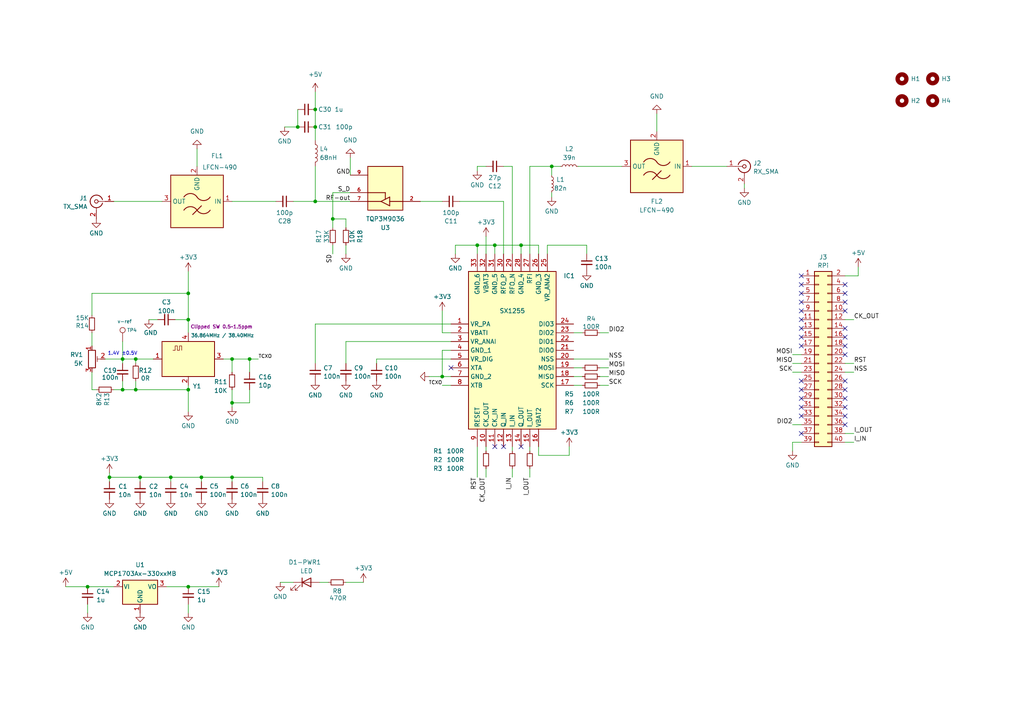
<source format=kicad_sch>
(kicad_sch (version 20250114) (generator "eeschema") (generator_version "9.0")
  (paper "A4")
  (title_block (title "SX1255 RPi 4-5 Shield") (date "2026-02-17") (rev "V2.1") (company "Modified by Z32IT") (comment 1 "Original by Wojciech SP5WWP"))
  (lib_symbols
    (symbol "Connector:Conn_Coaxial" (pin_names (offset 1.016) (hide yes))
      (property "Reference" "J" (at 0.254 3.048 0))
      (property "Value" "Conn_Coaxial" (at 2.921 0 90))
      (symbol "Conn_Coaxial_0_1"
        (polyline (pts (xy -2.54 0) (xy -0.508 0)))
        (arc (start 1.778 0) (mid 0.222 -1.8079) (end -1.778 -0.508) (stroke (width 0.254)))
        (arc (start -1.778 0.508) (mid 0.2221 1.8084) (end 1.778 0) (stroke (width 0.254)))
        (circle (center 0 0) (radius 0.508) (stroke (width 0.2032)))
        (polyline (pts (xy 0 -2.54) (xy 0 -1.778)))
      )
      (symbol "Conn_Coaxial_1_1"
        (pin passive line (at -5.08 0 0) (length 2.54) (name "In") (number "1"))
        (pin passive line (at 0 -5.08 90) (length 2.54) (name "Ext") (number "2"))
      )
    )
    (symbol "Connector:TestPoint" (pin_numbers (hide yes)) (pin_names (offset 0.762) (hide yes))
      (property "Reference" "TP" (at 0 6.858 0))
      (property "Value" "TestPoint" (at 0 5.08 0))
      (symbol "TestPoint_0_1"
        (circle (center 0 3.302) (radius 0.762))
      )
      (symbol "TestPoint_1_1"
        (pin passive line (at 0 0 90) (length 2.54) (name "1") (number "1"))
      )
    )
    (symbol "Connector_Generic:Conn_02x20_Odd_Even" (pin_names (offset 1.016) (hide yes))
      (property "Reference" "J" (at 1.27 25.4 0))
      (property "Value" "Conn_02x20_Odd_Even" (at 1.27 -27.94 0))
      (symbol "Conn_02x20_Odd_Even_1_1"
        (rectangle (start -1.27 24.13) (end 3.81 -26.67) (stroke (width 0.254)) (fill (type background)))
        (rectangle (start -1.27 22.987) (end 0 22.733) (stroke (width 0.1524)))
        (rectangle (start -1.27 20.447) (end 0 20.193) (stroke (width 0.1524)))
        (rectangle (start -1.27 17.907) (end 0 17.653) (stroke (width 0.1524)))
        (rectangle (start -1.27 15.367) (end 0 15.113) (stroke (width 0.1524)))
        (rectangle (start -1.27 12.827) (end 0 12.573) (stroke (width 0.1524)))
        (rectangle (start -1.27 10.287) (end 0 10.033) (stroke (width 0.1524)))
        (rectangle (start -1.27 7.747) (end 0 7.493) (stroke (width 0.1524)))
        (rectangle (start -1.27 5.207) (end 0 4.953) (stroke (width 0.1524)))
        (rectangle (start -1.27 2.667) (end 0 2.413) (stroke (width 0.1524)))
        (rectangle (start -1.27 0.127) (end 0 -0.127) (stroke (width 0.1524)))
        (rectangle (start -1.27 -2.413) (end 0 -2.667) (stroke (width 0.1524)))
        (rectangle (start -1.27 -4.953) (end 0 -5.207) (stroke (width 0.1524)))
        (rectangle (start -1.27 -7.493) (end 0 -7.747) (stroke (width 0.1524)))
        (rectangle (start -1.27 -10.033) (end 0 -10.287) (stroke (width 0.1524)))
        (rectangle (start -1.27 -12.573) (end 0 -12.827) (stroke (width 0.1524)))
        (rectangle (start -1.27 -15.113) (end 0 -15.367) (stroke (width 0.1524)))
        (rectangle (start -1.27 -17.653) (end 0 -17.907) (stroke (width 0.1524)))
        (rectangle (start -1.27 -20.193) (end 0 -20.447) (stroke (width 0.1524)))
        (rectangle (start -1.27 -22.733) (end 0 -22.987) (stroke (width 0.1524)))
        (rectangle (start -1.27 -25.273) (end 0 -25.527) (stroke (width 0.1524)))
        (rectangle (start 3.81 22.987) (end 2.54 22.733) (stroke (width 0.1524)))
        (rectangle (start 3.81 20.447) (end 2.54 20.193) (stroke (width 0.1524)))
        (rectangle (start 3.81 17.907) (end 2.54 17.653) (stroke (width 0.1524)))
        (rectangle (start 3.81 15.367) (end 2.54 15.113) (stroke (width 0.1524)))
        (rectangle (start 3.81 12.827) (end 2.54 12.573) (stroke (width 0.1524)))
        (rectangle (start 3.81 10.287) (end 2.54 10.033) (stroke (width 0.1524)))
        (rectangle (start 3.81 7.747) (end 2.54 7.493) (stroke (width 0.1524)))
        (rectangle (start 3.81 5.207) (end 2.54 4.953) (stroke (width 0.1524)))
        (rectangle (start 3.81 2.667) (end 2.54 2.413) (stroke (width 0.1524)))
        (rectangle (start 3.81 0.127) (end 2.54 -0.127) (stroke (width 0.1524)))
        (rectangle (start 3.81 -2.413) (end 2.54 -2.667) (stroke (width 0.1524)))
        (rectangle (start 3.81 -4.953) (end 2.54 -5.207) (stroke (width 0.1524)))
        (rectangle (start 3.81 -7.493) (end 2.54 -7.747) (stroke (width 0.1524)))
        (rectangle (start 3.81 -10.033) (end 2.54 -10.287) (stroke (width 0.1524)))
        (rectangle (start 3.81 -12.573) (end 2.54 -12.827) (stroke (width 0.1524)))
        (rectangle (start 3.81 -15.113) (end 2.54 -15.367) (stroke (width 0.1524)))
        (rectangle (start 3.81 -17.653) (end 2.54 -17.907) (stroke (width 0.1524)))
        (rectangle (start 3.81 -20.193) (end 2.54 -20.447) (stroke (width 0.1524)))
        (rectangle (start 3.81 -22.733) (end 2.54 -22.987) (stroke (width 0.1524)))
        (rectangle (start 3.81 -25.273) (end 2.54 -25.527) (stroke (width 0.1524)))
        (pin passive line (at -5.08 22.86 0) (length 3.81) (name "Pin_1") (number "1"))
        (pin passive line (at -5.08 20.32 0) (length 3.81) (name "Pin_3") (number "3"))
        (pin passive line (at -5.08 17.78 0) (length 3.81) (name "Pin_5") (number "5"))
        (pin passive line (at -5.08 15.24 0) (length 3.81) (name "Pin_7") (number "7"))
        (pin passive line (at -5.08 12.7 0) (length 3.81) (name "Pin_9") (number "9"))
        (pin passive line (at -5.08 10.16 0) (length 3.81) (name "Pin_11") (number "11"))
        (pin passive line (at -5.08 7.62 0) (length 3.81) (name "Pin_13") (number "13"))
        (pin passive line (at -5.08 5.08 0) (length 3.81) (name "Pin_15") (number "15"))
        (pin passive line (at -5.08 2.54 0) (length 3.81) (name "Pin_17") (number "17"))
        (pin passive line (at -5.08 0 0) (length 3.81) (name "Pin_19") (number "19"))
        (pin passive line (at -5.08 -2.54 0) (length 3.81) (name "Pin_21") (number "21"))
        (pin passive line (at -5.08 -5.08 0) (length 3.81) (name "Pin_23") (number "23"))
        (pin passive line (at -5.08 -7.62 0) (length 3.81) (name "Pin_25") (number "25"))
        (pin passive line (at -5.08 -10.16 0) (length 3.81) (name "Pin_27") (number "27"))
        (pin passive line (at -5.08 -12.7 0) (length 3.81) (name "Pin_29") (number "29"))
        (pin passive line (at -5.08 -15.24 0) (length 3.81) (name "Pin_31") (number "31"))
        (pin passive line (at -5.08 -17.78 0) (length 3.81) (name "Pin_33") (number "33"))
        (pin passive line (at -5.08 -20.32 0) (length 3.81) (name "Pin_35") (number "35"))
        (pin passive line (at -5.08 -22.86 0) (length 3.81) (name "Pin_37") (number "37"))
        (pin passive line (at -5.08 -25.4 0) (length 3.81) (name "Pin_39") (number "39"))
        (pin passive line (at 7.62 22.86 180) (length 3.81) (name "Pin_2") (number "2"))
        (pin passive line (at 7.62 20.32 180) (length 3.81) (name "Pin_4") (number "4"))
        (pin passive line (at 7.62 17.78 180) (length 3.81) (name "Pin_6") (number "6"))
        (pin passive line (at 7.62 15.24 180) (length 3.81) (name "Pin_8") (number "8"))
        (pin passive line (at 7.62 12.7 180) (length 3.81) (name "Pin_10") (number "10"))
        (pin passive line (at 7.62 10.16 180) (length 3.81) (name "Pin_12") (number "12"))
        (pin passive line (at 7.62 7.62 180) (length 3.81) (name "Pin_14") (number "14"))
        (pin passive line (at 7.62 5.08 180) (length 3.81) (name "Pin_16") (number "16"))
        (pin passive line (at 7.62 2.54 180) (length 3.81) (name "Pin_18") (number "18"))
        (pin passive line (at 7.62 0 180) (length 3.81) (name "Pin_20") (number "20"))
        (pin passive line (at 7.62 -2.54 180) (length 3.81) (name "Pin_22") (number "22"))
        (pin passive line (at 7.62 -5.08 180) (length 3.81) (name "Pin_24") (number "24"))
        (pin passive line (at 7.62 -7.62 180) (length 3.81) (name "Pin_26") (number "26"))
        (pin passive line (at 7.62 -10.16 180) (length 3.81) (name "Pin_28") (number "28"))
        (pin passive line (at 7.62 -12.7 180) (length 3.81) (name "Pin_30") (number "30"))
        (pin passive line (at 7.62 -15.24 180) (length 3.81) (name "Pin_32") (number "32"))
        (pin passive line (at 7.62 -17.78 180) (length 3.81) (name "Pin_34") (number "34"))
        (pin passive line (at 7.62 -20.32 180) (length 3.81) (name "Pin_36") (number "36"))
        (pin passive line (at 7.62 -22.86 180) (length 3.81) (name "Pin_38") (number "38"))
        (pin passive line (at 7.62 -25.4 180) (length 3.81) (name "Pin_40") (number "40"))
      )
    )
    (symbol "Device:C_Small" (pin_numbers (hide yes)) (pin_names (offset 0.254) (hide yes))
      (property "Reference" "C" (at 0.254 1.778 0))
      (property "Value" "C_Small" (at 0.254 -2.032 0))
      (symbol "C_Small_0_1"
        (polyline (pts (xy -1.524 0.508) (xy 1.524 0.508)) (stroke (width 0.3048)))
        (polyline (pts (xy -1.524 -0.508) (xy 1.524 -0.508)) (stroke (width 0.3302)))
      )
      (symbol "C_Small_1_1"
        (pin passive line (at 0 2.54 270) (length 2.032) (name "~") (number "1"))
        (pin passive line (at 0 -2.54 90) (length 2.032) (name "~") (number "2"))
      )
    )
    (symbol "Device:L" (pin_numbers (hide yes)) (pin_names (offset 1.016) (hide yes))
      (property "Reference" "L" (at -1.27 0 90))
      (property "Value" "L" (at 1.905 0 90))
      (symbol "L_0_1"
        (arc (start 0 2.54) (mid 0.6323 1.905) (end 0 1.27))
        (arc (start 0 1.27) (mid 0.6323 0.635) (end 0 0))
        (arc (start 0 0) (mid 0.6323 -0.635) (end 0 -1.27))
        (arc (start 0 -1.27) (mid 0.6323 -1.905) (end 0 -2.54))
      )
      (symbol "L_1_1"
        (pin passive line (at 0 3.81 270) (length 1.27) (name "1") (number "1"))
        (pin passive line (at 0 -3.81 90) (length 1.27) (name "2") (number "2"))
      )
    )
    (symbol "Device:LED" (pin_numbers (hide yes)) (pin_names (offset 1.016) (hide yes))
      (property "Reference" "D" (at 0 2.54 0))
      (property "Value" "LED" (at 0 -2.54 0))
      (symbol "LED_0_1"
        (polyline (pts (xy -3.048 -0.762) (xy -4.572 -2.286) (xy -3.81 -2.286) (xy -4.572 -2.286) (xy -4.572 -1.524)))
        (polyline (pts (xy -1.778 -0.762) (xy -3.302 -2.286) (xy -2.54 -2.286) (xy -3.302 -2.286) (xy -3.302 -1.524)))
        (polyline (pts (xy -1.27 0) (xy 1.27 0)))
        (polyline (pts (xy -1.27 -1.27) (xy -1.27 1.27)) (stroke (width 0.254)))
        (polyline (pts (xy 1.27 -1.27) (xy 1.27 1.27) (xy -1.27 0) (xy 1.27 -1.27)) (stroke (width 0.254)))
      )
      (symbol "LED_1_1"
        (pin passive line (at -3.81 0 0) (length 2.54) (name "K") (number "1"))
        (pin passive line (at 3.81 0 180) (length 2.54) (name "A") (number "2"))
      )
    )
    (symbol "Device:L_Small" (pin_numbers (hide yes)) (pin_names (offset 0.254) (hide yes))
      (property "Reference" "L" (at 0.762 1.016 0))
      (property "Value" "L_Small" (at 0.762 -1.016 0))
      (symbol "L_Small_0_1"
        (arc (start 0 2.032) (mid 0.5058 1.524) (end 0 1.016))
        (arc (start 0 1.016) (mid 0.5058 0.508) (end 0 0))
        (arc (start 0 0) (mid 0.5058 -0.508) (end 0 -1.016))
        (arc (start 0 -1.016) (mid 0.5058 -1.524) (end 0 -2.032))
      )
      (symbol "L_Small_1_1"
        (pin passive line (at 0 2.54 270) (length 0.508) (name "~") (number "1"))
        (pin passive line (at 0 -2.54 90) (length 0.508) (name "~") (number "2"))
      )
    )
    (symbol "Device:R_Potentiometer_Trim" (pin_names (offset 1.016) (hide yes))
      (property "Reference" "RV" (at -4.445 0 90))
      (property "Value" "R_Potentiometer_Trim" (at -2.54 0 90))
      (symbol "R_Potentiometer_Trim_0_1"
        (rectangle (start 1.016 2.54) (end -1.016 -2.54) (stroke (width 0.254)))
        (polyline (pts (xy 1.524 0.762) (xy 1.524 -0.762)))
        (polyline (pts (xy 2.54 0) (xy 1.524 0)))
      )
      (symbol "R_Potentiometer_Trim_1_1"
        (pin passive line (at 0 3.81 270) (length 1.27) (name "1") (number "1"))
        (pin passive line (at 0 -3.81 90) (length 1.27) (name "3") (number "3"))
        (pin passive line (at 3.81 0 180) (length 1.27) (name "2") (number "2"))
      )
    )
    (symbol "Device:R_Small" (pin_numbers (hide yes)) (pin_names (offset 0.254) (hide yes))
      (property "Reference" "R" (at 0.762 0.508 0))
      (property "Value" "R_Small" (at 0.762 -1.016 0))
      (symbol "R_Small_0_1"
        (rectangle (start -0.762 1.778) (end 0.762 -1.778) (stroke (width 0.2032)))
      )
      (symbol "R_Small_1_1"
        (pin passive line (at 0 2.54 270) (length 0.762) (name "~") (number "1"))
        (pin passive line (at 0 -2.54 90) (length 0.762) (name "~") (number "2"))
      )
    )
    (symbol "Mechanical:MountingHole" (pin_names (offset 1.016)) (exclude_from_sim yes) (in_bom no)
      (property "Reference" "H" (at 0 5.08 0))
      (property "Value" "MountingHole" (at 0 3.175 0))
      (symbol "MountingHole_0_1"
        (circle (center 0 0) (radius 1.27) (stroke (width 1.27)))
      )
    )
    (symbol "Oscillator:ECS-2520MV-xxx-xx" (pin_names (hide yes))
      (property "Reference" "Y" (at -5.08 6.35 0))
      (property "Value" "ECS-2520MV-xxx-xx" (at 1.27 -6.35 0))
      (symbol "ECS-2520MV-xxx-xx_0_1"
        (rectangle (start -7.62 5.08) (end 7.62 -5.08) (stroke (width 0.254)) (fill (type background)))
        (polyline (pts (xy -4.445 2.54) (xy -3.81 2.54) (xy -3.81 3.81) (xy -3.175 3.81) (xy -3.175 2.54) (xy -2.54 2.54) (xy -2.54 3.81) (xy -1.905 3.81) (xy -1.905 2.54)))
      )
      (symbol "ECS-2520MV-xxx-xx_1_1"
        (pin input line (at -10.16 0 0) (length 2.54) (name "Tri-State") (number "1"))
        (pin power_in line (at 0 7.62 270) (length 2.54) (name "VDD") (number "4"))
        (pin power_in line (at 0 -7.62 90) (length 2.54) (name "GND") (number "2"))
        (pin output line (at 10.16 0 180) (length 2.54) (name "OUT") (number "3"))
      )
    )
    (symbol "RF_Filter:LFCN-490"
      (property "Reference" "FL" (at 0 10.795 0))
      (property "Value" "LFCN-490" (at 0 8.89 0))
      (symbol "LFCN-490_0_1"
        (rectangle (start -7.62 7.62) (end 7.62 -7.62) (stroke (width 0.254)) (fill (type background)))
        (arc (start -3.81 2.54) (mid -1.905 3.5595) (end 0 2.54) (stroke (width 0.254)))
        (arc (start -3.81 -1.27) (mid -1.905 -0.2505) (end 0 -1.27) (stroke (width 0.254)))
        (polyline (pts (xy -1.27 1.27) (xy 1.27 3.81)) (stroke (width 0.254)))
        (arc (start 3.81 2.54) (mid 1.905 1.5205) (end 0 2.54) (stroke (width 0.254)))
        (arc (start 3.81 -1.27) (mid 1.905 -2.2895) (end 0 -1.27) (stroke (width 0.254)))
      )
      (symbol "LFCN-490_1_1"
        (pin passive line (at -10.16 0 0) (length 2.54) (name "IN") (number "1"))
        (pin passive line (at 0 -10.16 90) (length 2.54) (name "GND") (number "2"))
        (pin passive line (at 0 -10.16 90) (length 2.54) (hide yes) (name "GND") (number "4"))
        (pin passive line (at 10.16 0 180) (length 2.54) (name "OUT") (number "3"))
      )
    )
    (symbol "Regulator_Linear:MCP1703Ax-330xxMB" (pin_names (offset 0.254))
      (property "Reference" "U" (at -3.81 3.175 0))
      (property "Value" "MCP1703Ax-330xxMB" (at 0 3.175 0))
      (symbol "MCP1703Ax-330xxMB_0_1"
        (rectangle (start -5.08 -5.08) (end 5.08 1.905) (stroke (width 0.254)) (fill (type background)))
      )
      (symbol "MCP1703Ax-330xxMB_1_1"
        (pin power_in line (at -7.62 0 0) (length 2.54) (name "VI") (number "2"))
        (pin power_in line (at 0 -7.62 90) (length 2.54) (name "GND") (number "1"))
        (pin power_out line (at 7.62 0 180) (length 2.54) (name "VO") (number "3"))
      )
    )
    (symbol "SX1255:SX1255IWLTRT"
      (property "Reference" "IC" (at 31.75 20.32 0))
      (property "Value" "SX1255IWLTRT" (at 31.75 17.78 0))
      (symbol "SX1255IWLTRT_1_1"
        (rectangle (start 5.08 15.24) (end 30.48 -30.48) (stroke (width 0.254)) (fill (type background)))
        (pin passive line (at 0 0 0) (length 5.08) (name "VR_PA") (number "1"))
        (pin passive line (at 0 -2.54 0) (length 5.08) (name "VBATI") (number "2"))
        (pin passive line (at 0 -5.08 0) (length 5.08) (name "VR_ANAI") (number "3"))
        (pin passive line (at 0 -7.62 0) (length 5.08) (name "GND_1") (number "4"))
        (pin passive line (at 0 -10.16 0) (length 5.08) (name "VR_DIG") (number "5"))
        (pin passive line (at 0 -12.7 0) (length 5.08) (name "XTA") (number "6"))
        (pin passive line (at 0 -15.24 0) (length 5.08) (name "GND_2") (number "7"))
        (pin passive line (at 0 -17.78 0) (length 5.08) (name "XTB") (number "8"))
        (pin passive line (at 7.62 20.32 270) (length 5.08) (name "GND_6") (number "33"))
        (pin passive line (at 7.62 -35.56 90) (length 5.08) (name "RESET") (number "9"))
        (pin passive line (at 10.16 20.32 270) (length 5.08) (name "VBAT3") (number "32"))
        (pin passive line (at 10.16 -35.56 90) (length 5.08) (name "CK_OUT") (number "10"))
        (pin passive line (at 12.7 20.32 270) (length 5.08) (name "GND_5") (number "31"))
        (pin passive line (at 12.7 -35.56 90) (length 5.08) (name "CK_IN") (number "11"))
        (pin passive line (at 15.24 20.32 270) (length 5.08) (name "RFO_P") (number "30"))
        (pin passive line (at 15.24 -35.56 90) (length 5.08) (name "Q_IN") (number "12"))
        (pin passive line (at 17.78 20.32 270) (length 5.08) (name "RFO_N") (number "29"))
        (pin passive line (at 17.78 -35.56 90) (length 5.08) (name "I_IN") (number "13"))
        (pin passive line (at 20.32 20.32 270) (length 5.08) (name "GND_4") (number "28"))
        (pin passive line (at 20.32 -35.56 90) (length 5.08) (name "Q_OUT") (number "14"))
        (pin passive line (at 22.86 20.32 270) (length 5.08) (name "RFI") (number "27"))
        (pin passive line (at 22.86 -35.56 90) (length 5.08) (name "I_OUT") (number "15"))
        (pin passive line (at 25.4 20.32 270) (length 5.08) (name "GND_3") (number "26"))
        (pin passive line (at 25.4 -35.56 90) (length 5.08) (name "VBAT2") (number "16"))
        (pin passive line (at 27.94 20.32 270) (length 5.08) (name "VR_ANA2") (number "25"))
        (pin passive line (at 35.56 0 180) (length 5.08) (name "DIO3") (number "24"))
        (pin passive line (at 35.56 -2.54 180) (length 5.08) (name "DIO2") (number "23"))
        (pin passive line (at 35.56 -5.08 180) (length 5.08) (name "DIO1") (number "22"))
        (pin passive line (at 35.56 -7.62 180) (length 5.08) (name "DIO0") (number "21"))
        (pin passive line (at 35.56 -10.16 180) (length 5.08) (name "NSS") (number "20"))
        (pin passive line (at 35.56 -12.7 180) (length 5.08) (name "MOSI") (number "19"))
        (pin passive line (at 35.56 -15.24 180) (length 5.08) (name "MISO") (number "18"))
        (pin passive line (at 35.56 -17.78 180) (length 5.08) (name "SCK") (number "17"))
      )
    )
    (symbol "TQP3M9036:TQP3M9036" (pin_names (offset 1.016) (hide yes))
      (property "Reference" "U" (at -5.08 5.842 0))
      (property "Value" "TQP3M9036" (at -5.08 -10.16 0))
      (symbol "TQP3M9036_0_0"
        (polyline (pts (xy -5.08 2.54) (xy -1.27 2.54)) (stroke (width 0.254)))
        (rectangle (start -5.08 -7.62) (end 5.08 5.08) (stroke (width 0.254)) (fill (type background)))
        (polyline (pts (xy -1.27 3.81) (xy -1.27 2.54)) (stroke (width 0.254)))
        (polyline (pts (xy -1.27 2.54) (xy -1.27 1.27)) (stroke (width 0.254)))
        (polyline (pts (xy -1.27 1.27) (xy 0 1.905)) (stroke (width 0.254)))
        (polyline (pts (xy 0 1.905) (xy 1.27 2.54)) (stroke (width 0.254)))
        (polyline (pts (xy 0 0) (xy 0 1.905)) (stroke (width 0.254)))
        (polyline (pts (xy 1.27 2.54) (xy -1.27 3.81)) (stroke (width 0.254)))
        (polyline (pts (xy 1.27 2.54) (xy 5.08 2.54)) (stroke (width 0.254)))
        (polyline (pts (xy 5.08 0) (xy 0 0)) (stroke (width 0.254)))
        (pin input line (at -10.16 2.54 0) (length 5.08) (name "~") (number "2"))
        (pin output line (at 10.16 2.54 180) (length 5.08) (name "~") (number "7"))
        (pin passive line (at 10.16 0 180) (length 5.08) (name "~") (number "6"))
        (pin power_in line (at 10.16 -5.08 180) (length 5.08) (name "~") (number "9"))
        (pin power_in line (at 10.16 -5.08 180) (length 5.08) (hide yes) (name "~") (number "V1"))
        (pin power_in line (at 10.16 -5.08 180) (length 5.08) (hide yes) (name "~") (number "V2"))
        (pin power_in line (at 10.16 -5.08 180) (length 5.08) (hide yes) (name "~") (number "V3"))
      )
    )
    (symbol "power:+3V3" (power) (pin_names (offset 0))
      (property "Value" "+3V3" (at 0 3.556 0))
      (symbol "+3V3_0_1"
        (polyline (pts (xy -0.762 1.27) (xy 0 2.54)))
        (polyline (pts (xy 0 2.54) (xy 0.762 1.27)))
        (polyline (pts (xy 0 0) (xy 0 2.54)))
      )
      (symbol "+3V3_1_1"
        (pin power_in line (at 0 0 90) (length 0) (hide yes) (name "+3V3") (number "1"))
      )
    )
    (symbol "power:+5V" (power) (pin_numbers (hide yes)) (pin_names (offset 0) (hide yes))
      (property "Value" "+5V" (at 0 3.556 0))
      (symbol "+5V_0_1"
        (polyline (pts (xy -0.762 1.27) (xy 0 2.54)))
        (polyline (pts (xy 0 2.54) (xy 0.762 1.27)))
        (polyline (pts (xy 0 0) (xy 0 2.54)))
      )
      (symbol "+5V_1_1"
        (pin power_in line (at 0 0 90) (length 0) (name "~") (number "1"))
      )
    )
    (symbol "power:GND" (power) (pin_names (offset 0))
      (property "Value" "GND" (at 0 -3.81 0))
      (symbol "GND_0_1"
        (polyline (pts (xy 0 0) (xy 0 -1.27) (xy 1.27 -1.27) (xy 0 -2.54) (xy -1.27 -1.27) (xy 0 -1.27)))
      )
      (symbol "GND_1_1"
        (pin power_in line (at 0 0 270) (length 0) (hide yes) (name "GND") (number "1"))
      )
    )
  )
  (text "1.4V ±0.5V" (at 35.56 102.616 0) (effects (font (size 1 1))))
  (junction (at 91.44 36.83))
  (junction (at 67.31 104.14))
  (junction (at 58.42 138.43))
  (junction (at 143.51 71.12))
  (junction (at 31.75 138.43))
  (junction (at 86.36 36.83))
  (junction (at 49.53 138.43))
  (junction (at 35.56 104.14))
  (junction (at 54.61 113.03))
  (junction (at 39.37 113.03))
  (junction (at 54.61 92.71))
  (junction (at 160.02 48.26))
  (junction (at 67.31 138.43))
  (junction (at 72.39 104.14))
  (junction (at 35.56 113.03))
  (junction (at 54.61 170.18))
  (junction (at 40.64 138.43))
  (junction (at 91.44 58.42))
  (junction (at 67.31 116.84))
  (junction (at 128.27 109.22))
  (junction (at 96.52 63.5))
  (junction (at 39.37 104.14))
  (junction (at 91.44 31.75))
  (junction (at 151.13 71.12))
  (junction (at 54.61 85.09))
  (junction (at 138.43 71.12))
  (junction (at 25.4 170.18))
  (no_connect (at 232.41 100.33))
  (no_connect (at 130.81 106.68))
  (no_connect (at 232.41 110.49))
  (no_connect (at 232.41 115.57))
  (no_connect (at 232.41 113.03))
  (no_connect (at 232.41 85.09))
  (no_connect (at 232.41 120.65))
  (no_connect (at 232.41 80.01))
  (no_connect (at 245.11 113.03))
  (no_connect (at 232.41 92.71))
  (no_connect (at 245.11 85.09))
  (no_connect (at 245.11 115.57))
  (no_connect (at 146.05 129.54))
  (no_connect (at 232.41 87.63))
  (no_connect (at 245.11 110.49))
  (no_connect (at 245.11 90.17))
  (no_connect (at 245.11 87.63))
  (no_connect (at 245.11 82.55))
  (no_connect (at 232.41 118.11))
  (no_connect (at 151.13 129.54))
  (no_connect (at 232.41 125.73))
  (no_connect (at 245.11 97.79))
  (no_connect (at 232.41 90.17))
  (no_connect (at 245.11 123.19))
  (no_connect (at 245.11 100.33))
  (no_connect (at 232.41 82.55))
  (no_connect (at 232.41 95.25))
  (no_connect (at 245.11 120.65))
  (no_connect (at 245.11 118.11))
  (no_connect (at 245.11 102.87))
  (no_connect (at 245.11 95.25))
  (no_connect (at 143.51 129.54))
  (no_connect (at 232.41 97.79))
  (wire (pts (xy 43.18 92.71) (xy 45.72 92.71)))
  (wire (pts (xy 143.51 71.12) (xy 138.43 71.12)))
  (wire (pts (xy 72.39 116.84) (xy 67.31 116.84)))
  (wire (pts (xy 96.52 55.88) (xy 101.6 55.88)))
  (wire (pts (xy 31.75 139.7) (xy 31.75 138.43)))
  (wire (pts (xy 138.43 71.12) (xy 132.08 71.12)))
  (wire (pts (xy 19.05 170.18) (xy 25.4 170.18)))
  (wire (pts (xy 74.93 104.14) (xy 72.39 104.14)))
  (wire (pts (xy 173.99 109.22) (xy 176.53 109.22)))
  (wire (pts (xy 156.21 132.08) (xy 165.1 132.08)))
  (wire (pts (xy 166.37 111.76) (xy 168.91 111.76)))
  (wire (pts (xy 67.31 104.14) (xy 67.31 107.95)))
  (wire (pts (xy 229.87 123.19) (xy 232.41 123.19)))
  (wire (pts (xy 245.11 107.95) (xy 247.65 107.95)))
  (wire (pts (xy 138.43 48.26) (xy 138.43 49.53)))
  (wire (pts (xy 148.59 73.66) (xy 148.59 48.26)))
  (wire (pts (xy 39.37 113.03) (xy 54.61 113.03)))
  (wire (pts (xy 148.59 135.89) (xy 148.59 138.43)))
  (wire (pts (xy 76.2 138.43) (xy 67.31 138.43)))
  (wire (pts (xy 26.67 96.52) (xy 26.67 100.33)))
  (wire (pts (xy 167.64 48.26) (xy 180.34 48.26)))
  (wire (pts (xy 72.39 107.95) (xy 72.39 104.14)))
  (wire (pts (xy 146.05 58.42) (xy 146.05 73.66)))
  (wire (pts (xy 100.33 71.12) (xy 100.33 73.66)))
  (wire (pts (xy 156.21 73.66) (xy 156.21 71.12)))
  (wire (pts (xy 54.61 92.71) (xy 54.61 96.52)))
  (wire (pts (xy 72.39 104.14) (xy 67.31 104.14)))
  (wire (pts (xy 170.18 71.12) (xy 170.18 73.66)))
  (wire (pts (xy 48.26 170.18) (xy 54.61 170.18)))
  (wire (pts (xy 166.37 104.14) (xy 176.53 104.14)))
  (wire (pts (xy 151.13 73.66) (xy 151.13 71.12)))
  (wire (pts (xy 166.37 109.22) (xy 168.91 109.22)))
  (wire (pts (xy 96.52 63.5) (xy 96.52 55.88)))
  (wire (pts (xy 39.37 104.14) (xy 44.45 104.14)))
  (wire (pts (xy 166.37 96.52) (xy 168.91 96.52)))
  (wire (pts (xy 91.44 93.98) (xy 91.44 105.41)))
  (wire (pts (xy 54.61 78.74) (xy 54.61 85.09)))
  (wire (pts (xy 160.02 48.26) (xy 162.56 48.26)))
  (wire (pts (xy 100.33 99.06) (xy 100.33 105.41)))
  (wire (pts (xy 153.67 48.26) (xy 160.02 48.26)))
  (wire (pts (xy 156.21 71.12) (xy 151.13 71.12)))
  (wire (pts (xy 128.27 109.22) (xy 130.81 109.22)))
  (wire (pts (xy 57.15 43.18) (xy 57.15 48.26)))
  (wire (pts (xy 54.61 170.18) (xy 63.5 170.18)))
  (wire (pts (xy 72.39 113.03) (xy 72.39 116.84)))
  (wire (pts (xy 133.35 58.42) (xy 146.05 58.42)))
  (wire (pts (xy 67.31 139.7) (xy 67.31 138.43)))
  (wire (pts (xy 85.09 58.42) (xy 91.44 58.42)))
  (wire (pts (xy 50.8 92.71) (xy 54.61 92.71)))
  (wire (pts (xy 54.61 111.76) (xy 54.61 113.03)))
  (wire (pts (xy 35.56 104.14) (xy 39.37 104.14)))
  (wire (pts (xy 91.44 48.26) (xy 91.44 58.42)))
  (wire (pts (xy 91.44 93.98) (xy 130.81 93.98)))
  (wire (pts (xy 245.11 92.71) (xy 247.65 92.71)))
  (wire (pts (xy 138.43 129.54) (xy 138.43 138.43)))
  (wire (pts (xy 91.44 26.67) (xy 91.44 31.75)))
  (wire (pts (xy 166.37 106.68) (xy 168.91 106.68)))
  (wire (pts (xy 49.53 138.43) (xy 40.64 138.43)))
  (wire (pts (xy 25.4 177.8) (xy 25.4 175.26)))
  (wire (pts (xy 100.33 66.04) (xy 100.33 63.5)))
  (wire (pts (xy 121.92 58.42) (xy 128.27 58.42)))
  (wire (pts (xy 165.1 129.54) (xy 165.1 132.08)))
  (wire (pts (xy 35.56 113.03) (xy 39.37 113.03)))
  (wire (pts (xy 245.11 128.27) (xy 247.65 128.27)))
  (wire (pts (xy 91.44 58.42) (xy 101.6 58.42)))
  (wire (pts (xy 232.41 128.27) (xy 229.87 128.27)))
  (wire (pts (xy 54.61 113.03) (xy 54.61 119.38)))
  (wire (pts (xy 128.27 90.17) (xy 128.27 96.52)))
  (wire (pts (xy 67.31 116.84) (xy 67.31 118.11)))
  (wire (pts (xy 96.52 66.04) (xy 96.52 63.5)))
  (wire (pts (xy 35.56 110.49) (xy 35.56 113.03)))
  (wire (pts (xy 140.97 135.89) (xy 140.97 138.43)))
  (wire (pts (xy 100.33 63.5) (xy 96.52 63.5)))
  (wire (pts (xy 67.31 58.42) (xy 80.01 58.42)))
  (wire (pts (xy 54.61 177.8) (xy 54.61 175.26)))
  (wire (pts (xy 160.02 48.26) (xy 160.02 50.8)))
  (wire (pts (xy 35.56 99.06) (xy 35.56 104.14)))
  (wire (pts (xy 140.97 129.54) (xy 140.97 130.81)))
  (wire (pts (xy 26.67 85.09) (xy 26.67 91.44)))
  (wire (pts (xy 33.02 58.42) (xy 46.99 58.42)))
  (wire (pts (xy 148.59 48.26) (xy 146.05 48.26)))
  (wire (pts (xy 248.92 77.47) (xy 248.92 80.01)))
  (wire (pts (xy 82.55 36.83) (xy 86.36 36.83)))
  (wire (pts (xy 160.02 57.15) (xy 160.02 55.88)))
  (wire (pts (xy 200.66 48.26) (xy 210.82 48.26)))
  (wire (pts (xy 101.6 45.72) (xy 101.6 50.8)))
  (wire (pts (xy 67.31 113.03) (xy 67.31 116.84)))
  (wire (pts (xy 91.44 31.75) (xy 91.44 36.83)))
  (wire (pts (xy 215.9 54.61) (xy 215.9 53.34)))
  (wire (pts (xy 128.27 101.6) (xy 128.27 109.22)))
  (wire (pts (xy 26.67 85.09) (xy 54.61 85.09)))
  (wire (pts (xy 100.33 99.06) (xy 130.81 99.06)))
  (wire (pts (xy 245.11 105.41) (xy 247.65 105.41)))
  (wire (pts (xy 143.51 71.12) (xy 143.51 73.66)))
  (wire (pts (xy 76.2 139.7) (xy 76.2 138.43)))
  (wire (pts (xy 49.53 139.7) (xy 49.53 138.43)))
  (wire (pts (xy 173.99 106.68) (xy 176.53 106.68)))
  (wire (pts (xy 128.27 96.52) (xy 130.81 96.52)))
  (wire (pts (xy 153.67 129.54) (xy 153.67 130.81)))
  (wire (pts (xy 58.42 139.7) (xy 58.42 138.43)))
  (wire (pts (xy 26.67 113.03) (xy 26.67 107.95)))
  (wire (pts (xy 173.99 111.76) (xy 176.53 111.76)))
  (wire (pts (xy 140.97 68.58) (xy 140.97 73.66)))
  (wire (pts (xy 130.81 101.6) (xy 128.27 101.6)))
  (wire (pts (xy 31.75 137.16) (xy 31.75 138.43)))
  (wire (pts (xy 33.02 113.03) (xy 35.56 113.03)))
  (wire (pts (xy 173.99 96.52) (xy 176.53 96.52)))
  (wire (pts (xy 140.97 48.26) (xy 138.43 48.26)))
  (wire (pts (xy 58.42 138.43) (xy 67.31 138.43)))
  (wire (pts (xy 91.44 36.83) (xy 91.44 40.64)))
  (wire (pts (xy 153.67 73.66) (xy 153.67 48.26)))
  (wire (pts (xy 229.87 102.87) (xy 232.41 102.87)))
  (wire (pts (xy 229.87 107.95) (xy 232.41 107.95)))
  (wire (pts (xy 190.5 33.02) (xy 190.5 38.1)))
  (wire (pts (xy 30.48 104.14) (xy 35.56 104.14)))
  (wire (pts (xy 109.22 104.14) (xy 130.81 104.14)))
  (wire (pts (xy 158.75 71.12) (xy 170.18 71.12)))
  (wire (pts (xy 54.61 85.09) (xy 54.61 92.71)))
  (wire (pts (xy 81.28 168.91) (xy 85.09 168.91)))
  (wire (pts (xy 49.53 138.43) (xy 58.42 138.43)))
  (wire (pts (xy 39.37 105.41) (xy 39.37 104.14)))
  (wire (pts (xy 229.87 128.27) (xy 229.87 130.81)))
  (wire (pts (xy 132.08 71.12) (xy 132.08 73.66)))
  (wire (pts (xy 39.37 110.49) (xy 39.37 113.03)))
  (wire (pts (xy 25.4 170.18) (xy 33.02 170.18)))
  (wire (pts (xy 128.27 111.76) (xy 130.81 111.76)))
  (wire (pts (xy 96.52 73.66) (xy 96.52 71.12)))
  (wire (pts (xy 67.31 104.14) (xy 64.77 104.14)))
  (wire (pts (xy 229.87 105.41) (xy 232.41 105.41)))
  (wire (pts (xy 158.75 73.66) (xy 158.75 71.12)))
  (wire (pts (xy 109.22 104.14) (xy 109.22 105.41)))
  (wire (pts (xy 100.33 168.91) (xy 105.41 168.91)))
  (wire (pts (xy 35.56 104.14) (xy 35.56 105.41)))
  (wire (pts (xy 40.64 138.43) (xy 40.64 139.7)))
  (wire (pts (xy 27.94 113.03) (xy 26.67 113.03)))
  (wire (pts (xy 31.75 138.43) (xy 40.64 138.43)))
  (wire (pts (xy 156.21 129.54) (xy 156.21 132.08)))
  (wire (pts (xy 86.36 36.83) (xy 86.36 31.75)))
  (wire (pts (xy 138.43 73.66) (xy 138.43 71.12)))
  (wire (pts (xy 92.71 168.91) (xy 95.25 168.91)))
  (wire (pts (xy 245.11 80.01) (xy 248.92 80.01)))
  (wire (pts (xy 153.67 135.89) (xy 153.67 138.43)))
  (wire (pts (xy 245.11 125.73) (xy 247.65 125.73)))
  (wire (pts (xy 148.59 129.54) (xy 148.59 130.81)))
  (wire (pts (xy 151.13 71.12) (xy 143.51 71.12)))
  (wire (pts (xy 124.46 109.22) (xy 128.27 109.22)))
  (label "RST" (at 138.43 138.43 270))
  (label "I_OUT" (at 153.67 138.43 270))
  (label "DIO2" (at 229.87 123.19 180))
  (label "MOSI" (at 176.53 106.68 0))
  (label "I_IN" (at 148.59 138.43 270))
  (label "I_IN" (at 247.65 128.27 0))
  (label "NSS" (at 176.53 104.14 0))
  (label "S_D" (at 101.6 55.88 180))
  (label "CK_OUT" (at 247.65 92.71 0))
  (label "MOSI" (at 229.87 102.87 180))
  (label "RF-out" (at 101.6 58.42 180))
  (label "TCXO" (at 128.27 111.76 180) (effects (font (size 1 1))))
  (label "I_OUT" (at 247.65 125.73 0))
  (label "CK_OUT" (at 140.97 138.43 270))
  (label "TCXO" (at 74.93 104.14 0) (effects (font (size 1 1))))
  (label "MISO" (at 176.53 109.22 0))
  (label "RST" (at 247.65 105.41 0))
  (label "DIO2" (at 176.53 96.52 0))
  (label "MISO" (at 229.87 105.41 180))
  (label "GND" (at 101.6 50.8 180))
  (label "SCK" (at 176.53 111.76 0))
  (label "SCK" (at 229.87 107.95 180))
  (label "SD" (at 96.52 73.66 270))
  (label "NSS" (at 247.65 107.95 0))
  (symbol (lib_id "Device:C_Small") (at 109.22 107.95 0) (unit 1)
    (property "Reference" "C10" (at 111.5441 106.7442 0) (effects (justify left)))
    (property "Value" "100n" (at 111.5441 109.1684 0) (effects (justify left)))
    (property "Footprint" "Capacitor_SMD:C_0805_2012Metric" (effects (hide yes)))
  )
  (symbol (lib_id "power:GND") (at 67.31 118.11 0) (unit 1)
    (property "Reference" "#PWR030" (effects (hide yes)))
    (property "Value" "GND" (at 67.31 122.2431 0))
  )
  (symbol (lib_id "Device:C_Small") (at 31.75 142.24 0) (unit 1)
    (property "Reference" "C1" (at 34.29 141.0858 0) (effects (justify left)))
    (property "Value" "10n" (at 34.29 143.51 0) (effects (justify left)))
    (property "Footprint" "Capacitor_SMD:C_0805_2012Metric" (effects (hide yes)))
  )
  (symbol (lib_id "Device:C_Small") (at 170.18 76.2 0) (unit 1)
    (property "Reference" "C13" (at 172.5041 74.9942 0) (effects (justify left)))
    (property "Value" "100n" (at 172.5041 77.4184 0) (effects (justify left)))
    (property "Footprint" "Capacitor_SMD:C_0805_2012Metric" (effects (hide yes)))
  )
  (symbol (lib_id "power:GND") (at 101.6 45.72 180) (unit 1)
    (property "Reference" "#PWR0102" (effects (hide yes)))
    (property "Value" "GND" (at 101.6 40.64 0))
  )
  (symbol (lib_id "power:+3V3") (at 31.75 137.16 0) (unit 1)
    (property "Reference" "#PWR01" (effects (hide yes)))
    (property "Value" "+3V3" (at 31.75 133.0269 0))
  )
  (symbol (lib_id "RF_Filter:LFCN-490") (at 190.5 48.26 180) (unit 1)
    (property "Reference" "FL2" (at 190.5 58.42 0))
    (property "Value" "LFCN-490" (at 190.5 60.96 0))
    (property "Footprint" "Filter:Filter_Mini-Circuits_FV1206" (effects (hide yes)))
    (property "Datasheet" "https://www.minicircuits.com/pdfs/LFCN-490+.pdf" (effects (hide yes)))
    (property "Description" "490MHz 50 Ohm Passive Low Pass Filter, FV1206" (effects (hide yes)))
  )
  (symbol (lib_id "power:GND") (at 215.9 54.61 0) (unit 1)
    (property "Reference" "#PWR023" (effects (hide yes)))
    (property "Value" "GND" (at 215.9 58.7431 0))
  )
  (symbol (lib_id "Mechanical:MountingHole") (at 261.62 22.86 0) (unit 1) (exclude_from_sim yes) (in_bom no)
    (property "Reference" "H1" (at 264.16 22.86 0) (effects (justify left)))
    (property "Value" "MountingHole" (effects (hide yes)))
    (property "Footprint" "MountingHole:MountingHole_2.7mm_M2.5_DIN965" (effects (hide yes)))
    (property "Description" "Mounting Hole without connection" (effects (hide yes)))
    (property "PN" "-" (effects (hide yes)))
    (property "MPN" "-" (effects (hide yes)))
  )
  (symbol (lib_id "power:GND") (at 132.08 73.66 0) (unit 1)
    (property "Reference" "#PWR017" (effects (hide yes)))
    (property "Value" "GND" (at 132.08 77.7931 0))
  )
  (symbol (lib_id "power:GND") (at 91.44 110.49 0) (unit 1)
    (property "Reference" "#PWR010" (effects (hide yes)))
    (property "Value" "GND" (at 91.44 114.6231 0))
  )
  (symbol (lib_id "Device:L_Small") (at 165.1 48.26 270) (mirror x) (unit 1)
    (property "Reference" "L2" (at 165.1 43.18 90))
    (property "Value" "39n" (at 165.1 45.72 90))
    (property "Footprint" "Inductor_SMD:L_0805_2012Metric" (effects (hide yes)))
  )
  (symbol (lib_id "Device:R_Small") (at 97.79 168.91 270) (unit 1)
    (property "Reference" "R8" (at 97.79 171.45 90))
    (property "Value" "470R" (at 98.044 173.482 90))
    (property "Footprint" "Resistor_SMD:R_0805_2012Metric" (effects (hide yes)))
  )
  (symbol (lib_id "Device:R_Small") (at 26.67 93.98 180) (unit 1)
    (property "Reference" "R14" (at 23.876 94.488 0))
    (property "Value" "15K" (at 23.876 92.202 0))
    (property "Footprint" "Resistor_SMD:R_0805_2012Metric" (effects (hide yes)))
    (property "Description" "opt." (effects (hide yes)))
  )
  (symbol (lib_id "Mechanical:MountingHole") (at 270.51 29.21 0) (unit 1) (exclude_from_sim yes) (in_bom no)
    (property "Reference" "H4" (at 273.05 29.21 0) (effects (justify left)))
    (property "Value" "MountingHole" (effects (hide yes)))
    (property "Footprint" "MountingHole:MountingHole_2.7mm_M2.5_DIN965" (effects (hide yes)))
    (property "Description" "Mounting Hole without connection" (effects (hide yes)))
    (property "PN" "-" (effects (hide yes)))
    (property "MPN" "-" (effects (hide yes)))
  )
  (symbol (lib_id "power:GND") (at 138.43 49.53 0) (unit 1)
    (property "Reference" "#PWR018" (effects (hide yes)))
    (property "Value" "GND" (at 138.43 53.6631 0))
  )
  (symbol (lib_id "Device:C_Small") (at 76.2 142.24 0) (unit 1)
    (property "Reference" "C8" (at 78.5241 141.0342 0) (effects (justify left)))
    (property "Value" "100n" (at 78.5241 143.4584 0) (effects (justify left)))
    (property "Footprint" "Capacitor_SMD:C_0805_2012Metric" (effects (hide yes)))
  )
  (symbol (lib_id "Device:C_Small") (at 91.44 107.95 0) (unit 1)
    (property "Reference" "C7" (at 93.7641 106.7442 0) (effects (justify left)))
    (property "Value" "100n" (at 93.7641 109.1684 0) (effects (justify left)))
    (property "Footprint" "Capacitor_SMD:C_0805_2012Metric" (effects (hide yes)))
  )
  (symbol (lib_id "power:GND") (at 57.15 43.18 180) (unit 1)
    (property "Reference" "#PWR026" (effects (hide yes)))
    (property "Value" "GND" (at 57.15 38.1 0))
  )
  (symbol (lib_id "power:+3V3") (at 140.97 68.58 0) (unit 1)
    (property "Reference" "#PWR019" (effects (hide yes)))
    (property "Value" "+3V3" (at 140.97 64.4469 0))
  )
  (symbol (lib_id "Device:C_Small") (at 67.31 142.24 0) (unit 1)
    (property "Reference" "C6" (at 69.6341 141.0342 0) (effects (justify left)))
    (property "Value" "100n" (at 69.6341 143.4584 0) (effects (justify left)))
    (property "Footprint" "Capacitor_SMD:C_0805_2012Metric" (effects (hide yes)))
  )
  (symbol (lib_id "Device:R_Small") (at 171.45 96.52 270) (unit 1)
    (property "Reference" "R4" (at 171.45 92.456 90))
    (property "Value" "100R" (at 171.45 94.742 90))
    (property "Footprint" "Resistor_SMD:R_0805_2012Metric" (effects (hide yes)))
  )
  (symbol (lib_id "Device:C_Small") (at 143.51 48.26 270) (mirror x) (unit 1)
    (property "Reference" "C12" (at 143.5036 53.9664 90))
    (property "Value" "27p" (at 143.5036 51.5422 90))
    (property "Footprint" "Capacitor_SMD:C_0805_2012Metric" (effects (hide yes)))
  )
  (symbol (lib_id "Device:C_Small") (at 130.81 58.42 270) (mirror x) (unit 1)
    (property "Reference" "C11" (at 130.8036 64.1264 90))
    (property "Value" "100p" (at 130.8036 61.7022 90))
    (property "Footprint" "Capacitor_SMD:C_0805_2012Metric" (effects (hide yes)))
  )
  (symbol (lib_id "Device:C_Small") (at 48.26 92.71 270) (unit 1)
    (property "Reference" "C3" (at 48.26 87.63 90))
    (property "Value" "100n" (at 48.26 90.17 90))
    (property "Footprint" "Capacitor_SMD:C_0805_2012Metric" (effects (hide yes)))
  )
  (symbol (lib_id "power:+3V3") (at 63.5 170.18 0) (unit 1)
    (property "Reference" "#PWR035" (effects (hide yes)))
    (property "Value" "+3V3" (at 63.5 166.0469 0))
  )
  (symbol (lib_id "Mechanical:MountingHole") (at 261.62 29.21 0) (unit 1) (exclude_from_sim yes) (in_bom no)
    (property "Reference" "H2" (at 264.16 29.21 0) (effects (justify left)))
    (property "Value" "MountingHole" (effects (hide yes)))
    (property "Footprint" "MountingHole:MountingHole_2.7mm_M2.5_DIN965" (effects (hide yes)))
    (property "Description" "Mounting Hole without connection" (effects (hide yes)))
    (property "PN" "-" (effects (hide yes)))
    (property "MPN" "-" (effects (hide yes)))
  )
  (symbol (lib_id "TQP3M9036:TQP3M9036") (at 111.76 55.88 180) (unit 1)
    (property "Reference" "U3" (at 111.76 66.04 0))
    (property "Value" "TQP3M9036" (at 111.76 63.5 0))
    (property "Footprint" "TQP3M9036:SON50P200X200X95-9N" (effects (hide yes)))
    (property "MF" "Qorvo" (effects (hide yes)))
    (property "MAXIMUM_PACKAGE_HEIGHT" "0.95mm" (effects (hide yes)))
    (property "Package" "DFN-8 Qorvo" (effects (hide yes)))
    (property "Price" "None" (effects (hide yes)))
    (property "Check_prices" "https://www.snapeda.com/parts/TQP3M9036/Qorvo/view-part/?ref=eda" (effects (hide yes)))
    (property "STANDARD" "IPC-7351B" (effects (hide yes)))
    (property "PARTREV" "N/A" (effects (hide yes)))
    (property "SnapEDA_Link" "https://www.snapeda.com/parts/TQP3M9036/Qorvo/view-part/?ref=snap" (effects (hide yes)))
    (property "MP" "TQP3M9036" (effects (hide yes)))
    (property "Purchase-URL" "https://www.snapeda.com/api/url_track_click_mouser/?unipart_id=1240987&manufacturer=Qorvo&part_name=TQP3M9036&search_term=None" (effects (hide yes)))
    (property "Description_1" "RF Amp Chip Single GP 2GHz 5.25V 8-Pin DFN EP T/R" (effects (hide yes)))
    (property "Availability" "In Stock" (effects (hide yes)))
    (property "MANUFACTURER" "Qorvo" (effects (hide yes)))
  )
  (symbol (lib_id "power:GND") (at 76.2 144.78 0) (unit 1)
    (property "Reference" "#PWR011" (effects (hide yes)))
    (property "Value" "GND" (at 76.2 148.9131 0))
  )
  (symbol (lib_id "Connector:Conn_Coaxial") (at 215.9 48.26 0) (unit 1)
    (property "Reference" "J2" (at 218.4401 47.3411 0) (effects (justify left)))
    (property "Value" "RX_SMA" (at 218.4401 49.7653 0) (effects (justify left)))
    (property "Footprint" "Connector_Coaxial:SMA_Amphenol_901-144_Vertical" (effects (hide yes)))
  )
  (symbol (lib_id "Device:R_Small") (at 171.45 111.76 270) (unit 1)
    (property "Reference" "R7" (at 165.1 119.38 90))
    (property "Value" "100R" (at 171.45 119.38 90))
    (property "Footprint" "Resistor_SMD:R_0805_2012Metric" (effects (hide yes)))
  )
  (symbol (lib_id "power:GND") (at 100.33 73.66 0) (unit 1)
    (property "Reference" "#PWR024" (effects (hide yes)))
    (property "Value" "GND" (at 100.33 77.7931 0))
  )
  (symbol (lib_id "power:GND") (at 81.28 168.91 0) (unit 1)
    (property "Reference" "#PWR027" (effects (hide yes)))
    (property "Value" "GND" (at 81.28 173.0431 0))
  )
  (symbol (lib_id "power:GND") (at 100.33 110.49 0) (unit 1)
    (property "Reference" "#PWR012" (effects (hide yes)))
    (property "Value" "GND" (at 100.33 114.6231 0))
  )
  (symbol (lib_id "Device:R_Small") (at 30.48 113.03 270) (unit 1)
    (property "Reference" "R13" (at 30.988 115.824 0))
    (property "Value" "8K2" (at 28.702 115.824 0))
    (property "Footprint" "Resistor_SMD:R_0805_2012Metric" (effects (hide yes)))
    (property "Description" "opt." (effects (hide yes)))
  )
  (symbol (lib_id "power:GND") (at 40.64 144.78 0) (unit 1)
    (property "Reference" "#PWR04" (effects (hide yes)))
    (property "Value" "GND" (at 40.64 148.9131 0))
  )
  (symbol (lib_id "power:GND") (at 82.55 36.83 0) (unit 1)
    (property "Reference" "#PWR0101" (effects (hide yes)))
    (property "Value" "GND" (at 82.55 40.9631 0))
  )
  (symbol (lib_id "Device:R_Small") (at 153.67 133.35 0) (unit 1)
    (property "Reference" "R3" (at 127 135.89 0))
    (property "Value" "100R" (at 132.08 135.89 0))
    (property "Footprint" "Resistor_SMD:R_0805_2012Metric" (effects (hide yes)))
  )
  (symbol (lib_id "Device:C_Small") (at 49.53 142.24 0) (unit 1)
    (property "Reference" "C4" (at 52.07 141.0858 0) (effects (justify left)))
    (property "Value" "10n" (at 52.07 143.51 0) (effects (justify left)))
    (property "Footprint" "Capacitor_SMD:C_0805_2012Metric" (effects (hide yes)))
  )
  (symbol (lib_id "power:+3V3") (at 105.41 168.91 0) (unit 1)
    (property "Reference" "#PWR028" (effects (hide yes)))
    (property "Value" "+3V3" (at 105.41 164.7769 0))
  )
  (symbol (lib_id "Device:LED") (at 88.9 168.91 0) (unit 1)
    (property "Reference" "D1-PWR1" (at 88.392 163.068 0))
    (property "Value" "LED" (at 88.9 165.608 0))
    (property "Footprint" "LED_SMD:LED_0805_2012Metric" (effects (hide yes)))
    (property "Description" "Light emitting diode" (effects (hide yes)))
    (property "Sim.Pins" "1=K 2=A" (effects (hide yes)))
  )
  (symbol (lib_id "Device:R_Small") (at 171.45 106.68 270) (unit 1)
    (property "Reference" "R5" (at 165.1 114.3 90))
    (property "Value" "100R" (at 171.45 114.3 90))
    (property "Footprint" "Resistor_SMD:R_0805_2012Metric" (effects (hide yes)))
  )
  (symbol (lib_id "power:+3V3") (at 19.05 170.18 0) (unit 1)
    (property "Reference" "#PWR034" (effects (hide yes)))
    (property "Value" "+5V" (at 19.05 166.0469 0))
  )
  (symbol (lib_id "Device:C_Small") (at 54.61 172.72 0) (unit 1)
    (property "Reference" "C15" (at 57.15 171.5658 0) (effects (justify left)))
    (property "Value" "1u" (at 57.15 173.99 0) (effects (justify left)))
    (property "Footprint" "Capacitor_SMD:C_0805_2012Metric" (effects (hide yes)))
  )
  (symbol (lib_id "power:GND") (at 190.5 33.02 180) (unit 1)
    (property "Reference" "#PWR037" (effects (hide yes)))
    (property "Value" "GND" (at 190.5 27.94 0))
  )
  (symbol (lib_id "power:GND") (at 229.87 130.81 0) (unit 1)
    (property "Reference" "#PWR025" (effects (hide yes)))
    (property "Value" "GND" (at 229.87 134.9431 0))
  )
  (symbol (lib_id "power:GND") (at 160.02 57.15 0) (unit 1)
    (property "Reference" "#PWR020" (effects (hide yes)))
    (property "Value" "GND" (at 160.02 61.2831 0))
  )
  (symbol (lib_id "power:GND") (at 54.61 119.38 0) (unit 1)
    (property "Reference" "#PWR07" (effects (hide yes)))
    (property "Value" "GND" (at 54.61 123.5131 0))
  )
  (symbol (lib_id "Connector:Conn_Coaxial") (at 27.94 58.42 0) (mirror y) (unit 1)
    (property "Reference" "J1" (at 25.3999 57.5011 0) (effects (justify left)))
    (property "Value" "TX_SMA" (at 25.3999 59.9253 0) (effects (justify left)))
    (property "Footprint" "Connector_Coaxial:SMA_Amphenol_901-144_Vertical" (effects (hide yes)))
  )
  (symbol (lib_id "power:GND") (at 43.18 92.71 0) (unit 1)
    (property "Reference" "#PWR03" (effects (hide yes)))
    (property "Value" "GND" (at 41.656 96.52 0) (effects (justify left)))
  )
  (symbol (lib_id "Device:C_Small") (at 35.56 107.95 0) (unit 1)
    (property "Reference" "C19" (at 29.972 107.442 0) (effects (justify left)))
    (property "Value" "100n" (at 29.464 109.474 0) (effects (justify left)))
    (property "Footprint" "Capacitor_SMD:C_0805_2012Metric" (effects (hide yes)))
    (property "PN" "581-06035G104Z" (effects (hide yes)))
    (property "MPN" "06035G104ZAT2A" (effects (hide yes)))
  )
  (symbol (lib_id "Device:C_Small") (at 25.4 172.72 0) (unit 1)
    (property "Reference" "C14" (at 27.94 171.5658 0) (effects (justify left)))
    (property "Value" "1u" (at 27.94 173.99 0) (effects (justify left)))
    (property "Footprint" "Capacitor_SMD:C_0805_2012Metric" (effects (hide yes)))
  )
  (symbol (lib_id "Device:C_Small") (at 72.39 110.49 0) (unit 1)
    (property "Reference" "C16" (at 74.93 109.3358 0) (effects (justify left)))
    (property "Value" "10p" (at 74.93 111.76 0) (effects (justify left)))
    (property "Footprint" "Capacitor_SMD:C_0805_2012Metric" (effects (hide yes)))
  )
  (symbol (lib_id "power:+3V3") (at 128.27 90.17 0) (unit 1)
    (property "Reference" "#PWR016" (effects (hide yes)))
    (property "Value" "+3V3" (at 128.27 86.0369 0))
  )
  (symbol (lib_id "Device:C_Small") (at 58.42 142.24 0) (unit 1)
    (property "Reference" "C5" (at 60.7441 141.0342 0) (effects (justify left)))
    (property "Value" "100n" (at 60.7441 143.4584 0) (effects (justify left)))
    (property "Footprint" "Capacitor_SMD:C_0805_2012Metric" (effects (hide yes)))
  )
  (symbol (lib_id "power:GND") (at 25.4 177.8 0) (unit 1)
    (property "Reference" "#PWR031" (effects (hide yes)))
    (property "Value" "GND" (at 25.4 181.9331 0))
  )
  (symbol (lib_id "power:+3V3") (at 248.92 77.47 0) (unit 1)
    (property "Reference" "#PWR036" (effects (hide yes)))
    (property "Value" "+5V" (at 248.92 73.3369 0))
  )
  (symbol (lib_id "power:+5V") (at 91.44 26.67 0) (unit 1)
    (property "Reference" "#PWR029" (effects (hide yes)))
    (property "Value" "+5V" (at 91.44 21.59 0))
    (property "Description" "Power symbol creates a global label with name \"+5V\"" (effects (hide yes)))
  )
  (symbol (lib_id "Regulator_Linear:MCP1703Ax-330xxMB") (at 40.64 170.18 0) (unit 1)
    (property "Reference" "U1" (at 40.64 163.83 0))
    (property "Value" "MCP1703Ax-330xxMB" (at 40.64 166.37 0))
    (property "Footprint" "Package_TO_SOT_SMD:SOT-89-3" (effects (hide yes)))
    (property "Datasheet" "http://ww1.microchip.com/downloads/en/DeviceDoc/20005122B.pdf" (effects (hide yes)))
    (property "Description" "Low Quiescent Current LDO Regulator, 3.3V, 250mA, Vin<=16V, SOT-89" (effects (hide yes)))
  )
  (symbol (lib_id "Device:C_Small") (at 88.9 31.75 90) (unit 1)
    (property "Reference" "C30" (at 94.234 31.75 90))
    (property "Value" "1u" (at 98.298 31.75 90))
    (property "Footprint" "Capacitor_SMD:C_0805_2012Metric" (effects (hide yes)))
  )
  (symbol (lib_id "Connector_Generic:Conn_02x20_Odd_Even") (at 237.49 102.87 0) (unit 1) (in_bom no)
    (property "Reference" "J3" (at 238.76 74.5955 0))
    (property "Value" "RPi" (at 238.76 77.0198 0))
    (property "Footprint" "Connector_PinSocket_2.54mm:PinSocket_2x20_P2.54mm_Vertical" (effects (hide yes)))
    (property "PN" "-" (effects (hide yes)))
    (property "MPN" "-" (effects (hide yes)))
  )
  (symbol (lib_id "Mechanical:MountingHole") (at 270.51 22.86 0) (unit 1) (exclude_from_sim yes) (in_bom no)
    (property "Reference" "H3" (at 273.05 22.86 0) (effects (justify left)))
    (property "Value" "MountingHole" (effects (hide yes)))
    (property "Footprint" "MountingHole:MountingHole_2.7mm_M2.5_DIN965" (effects (hide yes)))
    (property "Description" "Mounting Hole without connection" (effects (hide yes)))
    (property "PN" "-" (effects (hide yes)))
    (property "MPN" "-" (effects (hide yes)))
  )
  (symbol (lib_id "power:+3V3") (at 165.1 129.54 0) (unit 1)
    (property "Reference" "#PWR021" (effects (hide yes)))
    (property "Value" "+3V3" (at 165.1 125.4069 0))
  )
  (symbol (lib_id "Oscillator:ECS-2520MV-xxx-xx") (at 54.61 104.14 0) (unit 1)
    (property "Reference" "Y1" (at 57.15 112.014 0))
    (property "Value" "36.864MHz / 38.40MHz" (at 64.516 97.282 0) (effects (font (size 1 1))))
    (property "Footprint" "Crystal:Crystal_SMD_3225-4Pin_3.2x2.5mm" (effects (hide yes)))
    (property "Datasheet" "KDS-DSA321SDN" (effects (hide yes)))
    (property "Description" "Clipped SW 0.5~1.5ppm" (at 64.262 94.742 0) (effects (font (size 1 1))))
  )
  (symbol (lib_id "Device:C_Small") (at 100.33 107.95 0) (unit 1)
    (property "Reference" "C9" (at 102.6541 106.7442 0) (effects (justify left)))
    (property "Value" "100n" (at 102.6541 109.1684 0) (effects (justify left)))
    (property "Footprint" "Capacitor_SMD:C_0805_2012Metric" (effects (hide yes)))
  )
  (symbol (lib_id "power:GND") (at 124.46 109.22 270) (unit 1)
    (property "Reference" "#PWR015" (effects (hide yes)))
    (property "Value" "GND" (effects (hide yes)))
  )
  (symbol (lib_id "power:GND") (at 170.18 78.74 0) (unit 1)
    (property "Reference" "#PWR022" (effects (hide yes)))
    (property "Value" "GND" (at 170.18 82.8731 0))
  )
  (symbol (lib_id "Device:L_Small") (at 160.02 53.34 0) (mirror x) (unit 1)
    (property "Reference" "L1" (at 162.56 52.07 0))
    (property "Value" "82n" (at 162.56 54.61 0))
    (property "Footprint" "Inductor_SMD:L_0805_2012Metric" (effects (hide yes)))
  )
  (symbol (lib_id "power:GND") (at 27.94 63.5 0) (unit 1)
    (property "Reference" "#PWR014" (effects (hide yes)))
    (property "Value" "GND" (at 27.94 67.6331 0))
  )
  (symbol (lib_id "Device:R_Small") (at 39.37 107.95 0) (unit 1)
    (property "Reference" "R12" (at 42.164 107.442 0))
    (property "Value" "0R" (at 42.164 109.728 0))
    (property "Footprint" "Resistor_SMD:R_0805_2012Metric" (effects (hide yes)))
    (property "Description" "opt." (effects (hide yes)))
  )
  (symbol (lib_id "power:GND") (at 31.75 144.78 0) (unit 1)
    (property "Reference" "#PWR02" (effects (hide yes)))
    (property "Value" "GND" (at 31.75 148.9131 0))
  )
  (symbol (lib_id "Device:C_Small") (at 40.64 142.24 0) (unit 1)
    (property "Reference" "C2" (at 43.18 141.0858 0) (effects (justify left)))
    (property "Value" "10n" (at 43.18 143.51 0) (effects (justify left)))
    (property "Footprint" "Capacitor_SMD:C_0805_2012Metric" (effects (hide yes)))
  )
  (symbol (lib_id "SX1255:SX1255IWLTRT") (at 130.81 93.98 0) (unit 1)
    (property "Reference" "IC1" (at 165.1 80.01 0))
    (property "Value" "SX1255" (at 148.59 90.17 0))
    (property "Footprint" "parts:QFN50P500X500X80-33N-D" (effects (hide yes)))
    (property "Datasheet" "https://datasheet.datasheetarchive.com/originals/distributors/DKDS-5/90665.pdf" (effects (hide yes)))
    (property "Height" "0.8" (effects (hide yes)))
    (property "MPN" "SX1255IWLTRT" (effects (hide yes)))
    (property "PN" "947-SX1255IWLTRT" (effects (hide yes)))
  )
  (symbol (lib_id "power:GND") (at 67.31 144.78 0) (unit 1)
    (property "Reference" "#PWR09" (effects (hide yes)))
    (property "Value" "GND" (at 67.31 148.9131 0))
  )
  (symbol (lib_id "power:+3V3") (at 54.61 78.74 0) (unit 1)
    (property "Reference" "#PWR06" (effects (hide yes)))
    (property "Value" "+3V3" (at 54.61 74.6069 0))
  )
  (symbol (lib_id "Device:R_Small") (at 140.97 133.35 0) (unit 1)
    (property "Reference" "R1" (at 127 130.81 0))
    (property "Value" "100R" (at 132.08 130.81 0))
    (property "Footprint" "Resistor_SMD:R_0805_2012Metric" (effects (hide yes)))
  )
  (symbol (lib_id "Device:C_Small") (at 88.9 36.83 270) (mirror x) (unit 1)
    (property "Reference" "C31" (at 94.234 36.83 90))
    (property "Value" "100p" (at 99.822 36.83 90))
    (property "Footprint" "Capacitor_SMD:C_0805_2012Metric" (effects (hide yes)))
  )
  (symbol (lib_id "Device:R_Small") (at 96.52 68.58 0) (unit 1)
    (property "Reference" "R17" (at 92.456 68.58 90))
    (property "Value" "33K" (at 94.742 68.58 90))
    (property "Footprint" "Resistor_SMD:R_0805_2012Metric" (effects (hide yes)))
  )
  (symbol (lib_id "Connector:TestPoint") (at 35.56 99.06 0) (unit 1)
    (property "Reference" "TP4" (at 36.83 95.758 0) (effects (font (size 1 1)) (justify left)))
    (property "Value" "v-ref" (at 34.036 93.218 0) (effects (font (size 1 1)) (justify left)))
    (property "Footprint" "TestPoint:TestPoint_Pad_D1.0mm" (effects (hide yes)))
    (property "Description" "test point" (effects (hide yes)))
  )
  (symbol (lib_id "Device:R_Small") (at 148.59 133.35 0) (unit 1)
    (property "Reference" "R2" (at 127 133.35 0))
    (property "Value" "100R" (at 132.08 133.35 0))
    (property "Footprint" "Resistor_SMD:R_0805_2012Metric" (effects (hide yes)))
  )
  (symbol (lib_id "power:GND") (at 40.64 177.8 0) (unit 1)
    (property "Reference" "#PWR033" (effects (hide yes)))
    (property "Value" "GND" (at 40.64 181.9331 0))
  )
  (symbol (lib_id "Device:L") (at 91.44 44.45 0) (unit 1)
    (property "Reference" "L4" (at 92.71 43.1799 0) (effects (justify left)))
    (property "Value" "68nH" (at 92.71 45.7199 0) (effects (justify left)))
    (property "Footprint" "Inductor_SMD:L_0805_2012Metric" (effects (hide yes)))
    (property "Description" "Inductor" (effects (hide yes)))
  )
  (symbol (lib_id "RF_Filter:LFCN-490") (at 57.15 58.42 180) (unit 1)
    (property "Reference" "FL1" (at 62.992 45.212 0))
    (property "Value" "LFCN-490" (at 63.754 48.514 0))
    (property "Footprint" "Filter:Filter_Mini-Circuits_FV1206" (effects (hide yes)))
    (property "Datasheet" "https://www.minicircuits.com/pdfs/LFCN-490+.pdf" (effects (hide yes)))
    (property "Description" "490MHz 50 Ohm Passive Low Pass Filter, FV1206" (effects (hide yes)))
  )
  (symbol (lib_id "Device:R_Small") (at 100.33 68.58 180) (unit 1)
    (property "Reference" "R18" (at 104.394 68.58 90))
    (property "Value" "10K" (at 102.108 68.58 90))
    (property "Footprint" "Resistor_SMD:R_0805_2012Metric" (effects (hide yes)))
  )
  (symbol (lib_id "power:GND") (at 58.42 144.78 0) (unit 1)
    (property "Reference" "#PWR08" (effects (hide yes)))
    (property "Value" "GND" (at 58.42 148.9131 0))
  )
  (symbol (lib_id "power:GND") (at 109.22 110.49 0) (unit 1)
    (property "Reference" "#PWR013" (effects (hide yes)))
    (property "Value" "GND" (at 109.22 114.6231 0))
  )
  (symbol (lib_id "Device:R_Potentiometer_Trim") (at 26.67 104.14 0) (unit 1)
    (property "Reference" "RV1" (at 24.13 102.8699 0) (effects (justify right)))
    (property "Value" "5K" (at 24.13 105.4099 0) (effects (justify right)))
    (property "Footprint" "Potentiometer_SMD:Potentiometer_Bourns_3224W_Vertical" (effects (hide yes)))
    (property "Description" "Trim-potentiometer" (effects (hide yes)))
  )
  (symbol (lib_id "Device:C_Small") (at 82.55 58.42 270) (mirror x) (unit 1)
    (property "Reference" "C28" (at 82.5436 64.1264 90))
    (property "Value" "100p" (at 82.5436 61.7022 90))
    (property "Footprint" "Capacitor_SMD:C_0805_2012Metric" (effects (hide yes)))
  )
  (symbol (lib_id "Device:R_Small") (at 67.31 110.49 0) (unit 1)
    (property "Reference" "R11" (at 64.008 110.744 0))
    (property "Value" "10K" (at 64.008 113.284 0))
    (property "Footprint" "Resistor_SMD:R_0805_2012Metric" (effects (hide yes)))
  )
  (symbol (lib_id "power:GND") (at 49.53 144.78 0) (unit 1)
    (property "Reference" "#PWR05" (effects (hide yes)))
    (property "Value" "GND" (at 49.53 148.9131 0))
  )
  (symbol (lib_id "power:GND") (at 54.61 177.8 0) (unit 1)
    (property "Reference" "#PWR032" (effects (hide yes)))
    (property "Value" "GND" (at 54.61 181.9331 0))
  )
  (symbol (lib_id "Device:R_Small") (at 171.45 109.22 270) (unit 1)
    (property "Reference" "R6" (at 165.1 116.84 90))
    (property "Value" "100R" (at 171.45 116.84 90))
    (property "Footprint" "Resistor_SMD:R_0805_2012Metric" (effects (hide yes)))
  )
)
</source>
